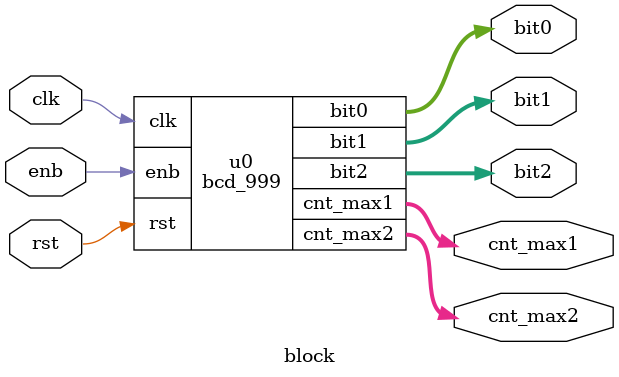
<source format=v>
`timescale 1 ps/ 1 ps

module async_cnt #(parameter width = 5) (
  input clk,
  input reset, enb,
  output reg [width-1:0] count, cnt_max
);

  always @(posedge clk or posedge reset) begin
    if (reset) begin
      cnt_max <= 0;
      count <= 0;
    end
    else
      if (count == 9) begin
        count <= 0;
        cnt_max <= 0;
      end
    else begin
      if (count == 8)
        cnt_max <= 1;
      else
        cnt_max <= 0;
      if(enb)
        count <= count + 1;
    end
  end
  /*always @(negedge clk) begin
    enb <=0;
  end*/

endmodule

module decoder (i, d);
  
  input [4:0] i;
  output reg[6:0] d;
  
  always @* begin
    case (i)
      5'b00000: d = 7'b1111110;
      5'b00001: d = 7'b1001111;
      5'b00010: d = 7'b1101101;
      5'b00011: d = 7'b1111001;
      5'b00100: d = 7'b0110011;
      5'b00101: d = 7'b1011011;
      5'b00110: d = 7'b1011111;
      5'b00111: d = 7'b1110000;
      5'b01000: d = 7'b1111111;
      5'b01001: d = 7'b1110011;
      default: d = 7'b1111111;
    endcase
  end
endmodule

module bcd_999#(parameter width = 5)(input clk, rst, enb, output[width-1:0] q0,q1,q2, cnt_max1, cnt_max2, output [6:0] bit2,bit1,bit0);
  
  generate
    async_cnt u0 (.clk(clk), .reset(rst), .enb(enb), .count(q0), .cnt_max(cnt_max1));
    decoder t0 (.i(q0), .d(bit0));
    async_cnt u1 (.clk(clk), .reset(rst), .enb(cnt_max1), .count(q1), .cnt_max(cnt_max2));
    decoder t1 (.i(q1), .d(bit1));
    async_cnt u2 (.clk(clk), .reset(rst), .enb(cnt_max2), .count(q2), .cnt_max());
    decoder t2 (.i(q2), .d(bit2));
  
  endgenerate
endmodule

module block#(parameter width = 5)(input clk, rst, enb, output[width-1:0] cnt_max1, cnt_max2, output[6:0] bit0, bit1, bit2);
  
  bcd_999 u0 (.clk(clk), .rst(rst), .enb(enb), .cnt_max1(cnt_max1), .cnt_max2(cnt_max2), .bit2(bit2), .bit1(bit1), .bit0(bit0));
endmodule
</source>
